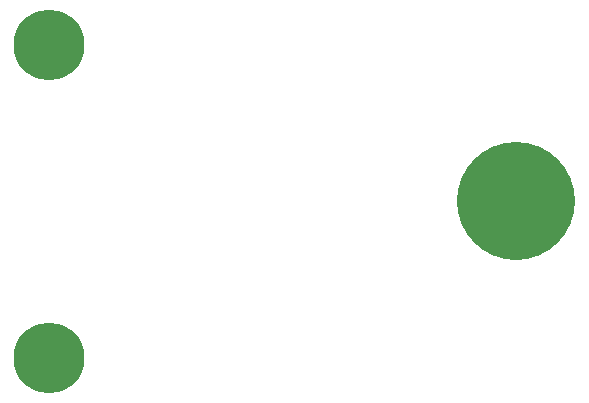
<source format=gbl>
G04*
G04 #@! TF.GenerationSoftware,Altium Limited,Altium Designer,18.0.9 (584)*
G04*
G04 Layer_Physical_Order=2*
G04 Layer_Color=16711680*
%FSLAX25Y25*%
%MOIN*%
G70*
G01*
G75*
%ADD15C,0.23622*%
%ADD16C,0.39370*%
D15*
X-155512Y-52165D02*
D03*
Y52165D02*
D03*
D16*
X0Y0D02*
D03*
M02*

</source>
